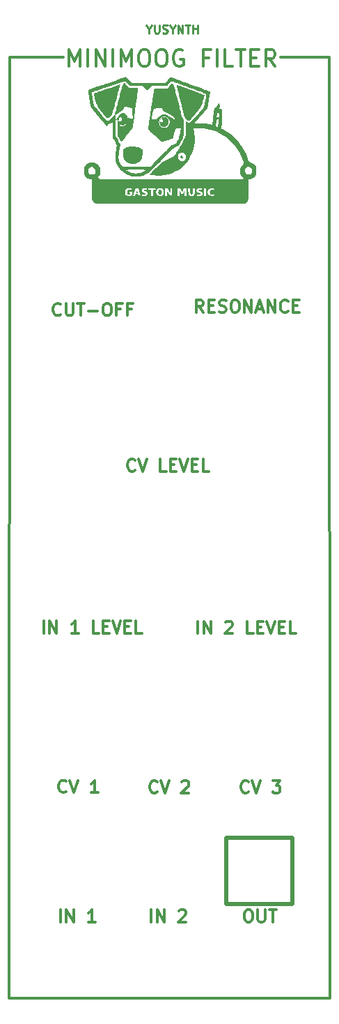
<source format=gto>
G04 #@! TF.GenerationSoftware,KiCad,Pcbnew,(6.0.11-0)*
G04 #@! TF.CreationDate,2023-03-27T18:46:33+02:00*
G04 #@! TF.ProjectId,Moog-Filter-Panel,4d6f6f67-2d46-4696-9c74-65722d50616e,rev?*
G04 #@! TF.SameCoordinates,Original*
G04 #@! TF.FileFunction,Legend,Top*
G04 #@! TF.FilePolarity,Positive*
%FSLAX46Y46*%
G04 Gerber Fmt 4.6, Leading zero omitted, Abs format (unit mm)*
G04 Created by KiCad (PCBNEW (6.0.11-0)) date 2023-03-27 18:46:33*
%MOMM*%
%LPD*%
G01*
G04 APERTURE LIST*
%ADD10C,0.300000*%
%ADD11C,0.500000*%
%ADD12C,0.375000*%
%ADD13C,0.250000*%
G04 APERTURE END LIST*
D10*
X156200000Y-141000000D02*
X156100000Y-26750000D01*
X117200000Y-141000000D02*
X156200000Y-141000000D01*
X156100000Y-26750000D02*
X150200000Y-26750000D01*
X117250000Y-26750000D02*
X117200000Y-141000000D01*
X123750000Y-26750000D02*
X117250000Y-26750000D01*
D11*
X143574598Y-121487500D02*
X151599598Y-121487500D01*
X151599598Y-121487500D02*
X151599598Y-129512500D01*
X151599598Y-129512500D02*
X143574598Y-129512500D01*
X143574598Y-129512500D02*
X143574598Y-121487500D01*
D12*
X124135714Y-115885714D02*
X124064285Y-115957142D01*
X123850000Y-116028571D01*
X123707142Y-116028571D01*
X123492857Y-115957142D01*
X123350000Y-115814285D01*
X123278571Y-115671428D01*
X123207142Y-115385714D01*
X123207142Y-115171428D01*
X123278571Y-114885714D01*
X123350000Y-114742857D01*
X123492857Y-114600000D01*
X123707142Y-114528571D01*
X123850000Y-114528571D01*
X124064285Y-114600000D01*
X124135714Y-114671428D01*
X124564285Y-114528571D02*
X125064285Y-116028571D01*
X125564285Y-114528571D01*
X127992857Y-116028571D02*
X127135714Y-116028571D01*
X127564285Y-116028571D02*
X127564285Y-114528571D01*
X127421428Y-114742857D01*
X127278571Y-114885714D01*
X127135714Y-114957142D01*
X124473809Y-27854761D02*
X124473809Y-25854761D01*
X125140476Y-27283333D01*
X125807142Y-25854761D01*
X125807142Y-27854761D01*
X126759523Y-27854761D02*
X126759523Y-25854761D01*
X127711904Y-27854761D02*
X127711904Y-25854761D01*
X128854761Y-27854761D01*
X128854761Y-25854761D01*
X129807142Y-27854761D02*
X129807142Y-25854761D01*
X130759523Y-27854761D02*
X130759523Y-25854761D01*
X131426190Y-27283333D01*
X132092857Y-25854761D01*
X132092857Y-27854761D01*
X133426190Y-25854761D02*
X133807142Y-25854761D01*
X133997619Y-25950000D01*
X134188095Y-26140476D01*
X134283333Y-26521428D01*
X134283333Y-27188095D01*
X134188095Y-27569047D01*
X133997619Y-27759523D01*
X133807142Y-27854761D01*
X133426190Y-27854761D01*
X133235714Y-27759523D01*
X133045238Y-27569047D01*
X132950000Y-27188095D01*
X132950000Y-26521428D01*
X133045238Y-26140476D01*
X133235714Y-25950000D01*
X133426190Y-25854761D01*
X135521428Y-25854761D02*
X135902380Y-25854761D01*
X136092857Y-25950000D01*
X136283333Y-26140476D01*
X136378571Y-26521428D01*
X136378571Y-27188095D01*
X136283333Y-27569047D01*
X136092857Y-27759523D01*
X135902380Y-27854761D01*
X135521428Y-27854761D01*
X135330952Y-27759523D01*
X135140476Y-27569047D01*
X135045238Y-27188095D01*
X135045238Y-26521428D01*
X135140476Y-26140476D01*
X135330952Y-25950000D01*
X135521428Y-25854761D01*
X138283333Y-25950000D02*
X138092857Y-25854761D01*
X137807142Y-25854761D01*
X137521428Y-25950000D01*
X137330952Y-26140476D01*
X137235714Y-26330952D01*
X137140476Y-26711904D01*
X137140476Y-26997619D01*
X137235714Y-27378571D01*
X137330952Y-27569047D01*
X137521428Y-27759523D01*
X137807142Y-27854761D01*
X137997619Y-27854761D01*
X138283333Y-27759523D01*
X138378571Y-27664285D01*
X138378571Y-26997619D01*
X137997619Y-26997619D01*
X141426190Y-26807142D02*
X140759523Y-26807142D01*
X140759523Y-27854761D02*
X140759523Y-25854761D01*
X141711904Y-25854761D01*
X142473809Y-27854761D02*
X142473809Y-25854761D01*
X144378571Y-27854761D02*
X143426190Y-27854761D01*
X143426190Y-25854761D01*
X144759523Y-25854761D02*
X145902380Y-25854761D01*
X145330952Y-27854761D02*
X145330952Y-25854761D01*
X146569047Y-26807142D02*
X147235714Y-26807142D01*
X147521428Y-27854761D02*
X146569047Y-27854761D01*
X146569047Y-25854761D01*
X147521428Y-25854761D01*
X149521428Y-27854761D02*
X148854761Y-26902380D01*
X148378571Y-27854761D02*
X148378571Y-25854761D01*
X149140476Y-25854761D01*
X149330952Y-25950000D01*
X149426190Y-26045238D01*
X149521428Y-26235714D01*
X149521428Y-26521428D01*
X149426190Y-26711904D01*
X149330952Y-26807142D01*
X149140476Y-26902380D01*
X148378571Y-26902380D01*
X132485714Y-76885714D02*
X132414285Y-76957142D01*
X132200000Y-77028571D01*
X132057142Y-77028571D01*
X131842857Y-76957142D01*
X131700000Y-76814285D01*
X131628571Y-76671428D01*
X131557142Y-76385714D01*
X131557142Y-76171428D01*
X131628571Y-75885714D01*
X131700000Y-75742857D01*
X131842857Y-75600000D01*
X132057142Y-75528571D01*
X132200000Y-75528571D01*
X132414285Y-75600000D01*
X132485714Y-75671428D01*
X132914285Y-75528571D02*
X133414285Y-77028571D01*
X133914285Y-75528571D01*
X136271428Y-77028571D02*
X135557142Y-77028571D01*
X135557142Y-75528571D01*
X136771428Y-76242857D02*
X137271428Y-76242857D01*
X137485714Y-77028571D02*
X136771428Y-77028571D01*
X136771428Y-75528571D01*
X137485714Y-75528571D01*
X137914285Y-75528571D02*
X138414285Y-77028571D01*
X138914285Y-75528571D01*
X139414285Y-76242857D02*
X139914285Y-76242857D01*
X140128571Y-77028571D02*
X139414285Y-77028571D01*
X139414285Y-75528571D01*
X140128571Y-75528571D01*
X141485714Y-77028571D02*
X140771428Y-77028571D01*
X140771428Y-75528571D01*
X140792857Y-57728571D02*
X140292857Y-57014285D01*
X139935714Y-57728571D02*
X139935714Y-56228571D01*
X140507142Y-56228571D01*
X140650000Y-56300000D01*
X140721428Y-56371428D01*
X140792857Y-56514285D01*
X140792857Y-56728571D01*
X140721428Y-56871428D01*
X140650000Y-56942857D01*
X140507142Y-57014285D01*
X139935714Y-57014285D01*
X141435714Y-56942857D02*
X141935714Y-56942857D01*
X142150000Y-57728571D02*
X141435714Y-57728571D01*
X141435714Y-56228571D01*
X142150000Y-56228571D01*
X142721428Y-57657142D02*
X142935714Y-57728571D01*
X143292857Y-57728571D01*
X143435714Y-57657142D01*
X143507142Y-57585714D01*
X143578571Y-57442857D01*
X143578571Y-57300000D01*
X143507142Y-57157142D01*
X143435714Y-57085714D01*
X143292857Y-57014285D01*
X143007142Y-56942857D01*
X142864285Y-56871428D01*
X142792857Y-56800000D01*
X142721428Y-56657142D01*
X142721428Y-56514285D01*
X142792857Y-56371428D01*
X142864285Y-56300000D01*
X143007142Y-56228571D01*
X143364285Y-56228571D01*
X143578571Y-56300000D01*
X144507142Y-56228571D02*
X144792857Y-56228571D01*
X144935714Y-56300000D01*
X145078571Y-56442857D01*
X145150000Y-56728571D01*
X145150000Y-57228571D01*
X145078571Y-57514285D01*
X144935714Y-57657142D01*
X144792857Y-57728571D01*
X144507142Y-57728571D01*
X144364285Y-57657142D01*
X144221428Y-57514285D01*
X144150000Y-57228571D01*
X144150000Y-56728571D01*
X144221428Y-56442857D01*
X144364285Y-56300000D01*
X144507142Y-56228571D01*
X145792857Y-57728571D02*
X145792857Y-56228571D01*
X146650000Y-57728571D01*
X146650000Y-56228571D01*
X147292857Y-57300000D02*
X148007142Y-57300000D01*
X147150000Y-57728571D02*
X147650000Y-56228571D01*
X148150000Y-57728571D01*
X148650000Y-57728571D02*
X148650000Y-56228571D01*
X149507142Y-57728571D01*
X149507142Y-56228571D01*
X151078571Y-57585714D02*
X151007142Y-57657142D01*
X150792857Y-57728571D01*
X150650000Y-57728571D01*
X150435714Y-57657142D01*
X150292857Y-57514285D01*
X150221428Y-57371428D01*
X150150000Y-57085714D01*
X150150000Y-56871428D01*
X150221428Y-56585714D01*
X150292857Y-56442857D01*
X150435714Y-56300000D01*
X150650000Y-56228571D01*
X150792857Y-56228571D01*
X151007142Y-56300000D01*
X151078571Y-56371428D01*
X151721428Y-56942857D02*
X152221428Y-56942857D01*
X152435714Y-57728571D02*
X151721428Y-57728571D01*
X151721428Y-56228571D01*
X152435714Y-56228571D01*
X146285714Y-115935714D02*
X146214285Y-116007142D01*
X146000000Y-116078571D01*
X145857142Y-116078571D01*
X145642857Y-116007142D01*
X145500000Y-115864285D01*
X145428571Y-115721428D01*
X145357142Y-115435714D01*
X145357142Y-115221428D01*
X145428571Y-114935714D01*
X145500000Y-114792857D01*
X145642857Y-114650000D01*
X145857142Y-114578571D01*
X146000000Y-114578571D01*
X146214285Y-114650000D01*
X146285714Y-114721428D01*
X146714285Y-114578571D02*
X147214285Y-116078571D01*
X147714285Y-114578571D01*
X149214285Y-114578571D02*
X150142857Y-114578571D01*
X149642857Y-115150000D01*
X149857142Y-115150000D01*
X150000000Y-115221428D01*
X150071428Y-115292857D01*
X150142857Y-115435714D01*
X150142857Y-115792857D01*
X150071428Y-115935714D01*
X150000000Y-116007142D01*
X149857142Y-116078571D01*
X149428571Y-116078571D01*
X149285714Y-116007142D01*
X149214285Y-115935714D01*
X123457142Y-57985714D02*
X123385714Y-58057142D01*
X123171428Y-58128571D01*
X123028571Y-58128571D01*
X122814285Y-58057142D01*
X122671428Y-57914285D01*
X122600000Y-57771428D01*
X122528571Y-57485714D01*
X122528571Y-57271428D01*
X122600000Y-56985714D01*
X122671428Y-56842857D01*
X122814285Y-56700000D01*
X123028571Y-56628571D01*
X123171428Y-56628571D01*
X123385714Y-56700000D01*
X123457142Y-56771428D01*
X124100000Y-56628571D02*
X124100000Y-57842857D01*
X124171428Y-57985714D01*
X124242857Y-58057142D01*
X124385714Y-58128571D01*
X124671428Y-58128571D01*
X124814285Y-58057142D01*
X124885714Y-57985714D01*
X124957142Y-57842857D01*
X124957142Y-56628571D01*
X125457142Y-56628571D02*
X126314285Y-56628571D01*
X125885714Y-58128571D02*
X125885714Y-56628571D01*
X126814285Y-57557142D02*
X127957142Y-57557142D01*
X128957142Y-56628571D02*
X129242857Y-56628571D01*
X129385714Y-56700000D01*
X129528571Y-56842857D01*
X129600000Y-57128571D01*
X129600000Y-57628571D01*
X129528571Y-57914285D01*
X129385714Y-58057142D01*
X129242857Y-58128571D01*
X128957142Y-58128571D01*
X128814285Y-58057142D01*
X128671428Y-57914285D01*
X128600000Y-57628571D01*
X128600000Y-57128571D01*
X128671428Y-56842857D01*
X128814285Y-56700000D01*
X128957142Y-56628571D01*
X130742857Y-57342857D02*
X130242857Y-57342857D01*
X130242857Y-58128571D02*
X130242857Y-56628571D01*
X130957142Y-56628571D01*
X132028571Y-57342857D02*
X131528571Y-57342857D01*
X131528571Y-58128571D02*
X131528571Y-56628571D01*
X132242857Y-56628571D01*
X134478571Y-131728571D02*
X134478571Y-130228571D01*
X135192857Y-131728571D02*
X135192857Y-130228571D01*
X136050000Y-131728571D01*
X136050000Y-130228571D01*
X137835714Y-130371428D02*
X137907142Y-130300000D01*
X138050000Y-130228571D01*
X138407142Y-130228571D01*
X138550000Y-130300000D01*
X138621428Y-130371428D01*
X138692857Y-130514285D01*
X138692857Y-130657142D01*
X138621428Y-130871428D01*
X137764285Y-131728571D01*
X138692857Y-131728571D01*
X121392857Y-96678571D02*
X121392857Y-95178571D01*
X122107142Y-96678571D02*
X122107142Y-95178571D01*
X122964285Y-96678571D01*
X122964285Y-95178571D01*
X125607142Y-96678571D02*
X124750000Y-96678571D01*
X125178571Y-96678571D02*
X125178571Y-95178571D01*
X125035714Y-95392857D01*
X124892857Y-95535714D01*
X124750000Y-95607142D01*
X128107142Y-96678571D02*
X127392857Y-96678571D01*
X127392857Y-95178571D01*
X128607142Y-95892857D02*
X129107142Y-95892857D01*
X129321428Y-96678571D02*
X128607142Y-96678571D01*
X128607142Y-95178571D01*
X129321428Y-95178571D01*
X129750000Y-95178571D02*
X130250000Y-96678571D01*
X130750000Y-95178571D01*
X131250000Y-95892857D02*
X131750000Y-95892857D01*
X131964285Y-96678571D02*
X131250000Y-96678571D01*
X131250000Y-95178571D01*
X131964285Y-95178571D01*
X133321428Y-96678571D02*
X132607142Y-96678571D01*
X132607142Y-95178571D01*
X135185714Y-115935714D02*
X135114285Y-116007142D01*
X134900000Y-116078571D01*
X134757142Y-116078571D01*
X134542857Y-116007142D01*
X134400000Y-115864285D01*
X134328571Y-115721428D01*
X134257142Y-115435714D01*
X134257142Y-115221428D01*
X134328571Y-114935714D01*
X134400000Y-114792857D01*
X134542857Y-114650000D01*
X134757142Y-114578571D01*
X134900000Y-114578571D01*
X135114285Y-114650000D01*
X135185714Y-114721428D01*
X135614285Y-114578571D02*
X136114285Y-116078571D01*
X136614285Y-114578571D01*
X138185714Y-114721428D02*
X138257142Y-114650000D01*
X138400000Y-114578571D01*
X138757142Y-114578571D01*
X138900000Y-114650000D01*
X138971428Y-114721428D01*
X139042857Y-114864285D01*
X139042857Y-115007142D01*
X138971428Y-115221428D01*
X138114285Y-116078571D01*
X139042857Y-116078571D01*
X123428571Y-131728571D02*
X123428571Y-130228571D01*
X124142857Y-131728571D02*
X124142857Y-130228571D01*
X125000000Y-131728571D01*
X125000000Y-130228571D01*
X127642857Y-131728571D02*
X126785714Y-131728571D01*
X127214285Y-131728571D02*
X127214285Y-130228571D01*
X127071428Y-130442857D01*
X126928571Y-130585714D01*
X126785714Y-130657142D01*
X146150000Y-130228571D02*
X146435714Y-130228571D01*
X146578571Y-130300000D01*
X146721428Y-130442857D01*
X146792857Y-130728571D01*
X146792857Y-131228571D01*
X146721428Y-131514285D01*
X146578571Y-131657142D01*
X146435714Y-131728571D01*
X146150000Y-131728571D01*
X146007142Y-131657142D01*
X145864285Y-131514285D01*
X145792857Y-131228571D01*
X145792857Y-130728571D01*
X145864285Y-130442857D01*
X146007142Y-130300000D01*
X146150000Y-130228571D01*
X147435714Y-130228571D02*
X147435714Y-131442857D01*
X147507142Y-131585714D01*
X147578571Y-131657142D01*
X147721428Y-131728571D01*
X148007142Y-131728571D01*
X148150000Y-131657142D01*
X148221428Y-131585714D01*
X148292857Y-131442857D01*
X148292857Y-130228571D01*
X148792857Y-130228571D02*
X149650000Y-130228571D01*
X149221428Y-131728571D02*
X149221428Y-130228571D01*
X140142857Y-96728571D02*
X140142857Y-95228571D01*
X140857142Y-96728571D02*
X140857142Y-95228571D01*
X141714285Y-96728571D01*
X141714285Y-95228571D01*
X143500000Y-95371428D02*
X143571428Y-95300000D01*
X143714285Y-95228571D01*
X144071428Y-95228571D01*
X144214285Y-95300000D01*
X144285714Y-95371428D01*
X144357142Y-95514285D01*
X144357142Y-95657142D01*
X144285714Y-95871428D01*
X143428571Y-96728571D01*
X144357142Y-96728571D01*
X146857142Y-96728571D02*
X146142857Y-96728571D01*
X146142857Y-95228571D01*
X147357142Y-95942857D02*
X147857142Y-95942857D01*
X148071428Y-96728571D02*
X147357142Y-96728571D01*
X147357142Y-95228571D01*
X148071428Y-95228571D01*
X148500000Y-95228571D02*
X149000000Y-96728571D01*
X149500000Y-95228571D01*
X150000000Y-95942857D02*
X150500000Y-95942857D01*
X150714285Y-96728571D02*
X150000000Y-96728571D01*
X150000000Y-95228571D01*
X150714285Y-95228571D01*
X152071428Y-96728571D02*
X151357142Y-96728571D01*
X151357142Y-95228571D01*
D13*
X134192857Y-23376190D02*
X134192857Y-23852380D01*
X133859523Y-22852380D02*
X134192857Y-23376190D01*
X134526190Y-22852380D01*
X134859523Y-22852380D02*
X134859523Y-23661904D01*
X134907142Y-23757142D01*
X134954761Y-23804761D01*
X135050000Y-23852380D01*
X135240476Y-23852380D01*
X135335714Y-23804761D01*
X135383333Y-23757142D01*
X135430952Y-23661904D01*
X135430952Y-22852380D01*
X135859523Y-23804761D02*
X136002380Y-23852380D01*
X136240476Y-23852380D01*
X136335714Y-23804761D01*
X136383333Y-23757142D01*
X136430952Y-23661904D01*
X136430952Y-23566666D01*
X136383333Y-23471428D01*
X136335714Y-23423809D01*
X136240476Y-23376190D01*
X136050000Y-23328571D01*
X135954761Y-23280952D01*
X135907142Y-23233333D01*
X135859523Y-23138095D01*
X135859523Y-23042857D01*
X135907142Y-22947619D01*
X135954761Y-22900000D01*
X136050000Y-22852380D01*
X136288095Y-22852380D01*
X136430952Y-22900000D01*
X137050000Y-23376190D02*
X137050000Y-23852380D01*
X136716666Y-22852380D02*
X137050000Y-23376190D01*
X137383333Y-22852380D01*
X137716666Y-23852380D02*
X137716666Y-22852380D01*
X138288095Y-23852380D01*
X138288095Y-22852380D01*
X138621428Y-22852380D02*
X139192857Y-22852380D01*
X138907142Y-23852380D02*
X138907142Y-22852380D01*
X139526190Y-23852380D02*
X139526190Y-22852380D01*
X139526190Y-23328571D02*
X140097619Y-23328571D01*
X140097619Y-23852380D02*
X140097619Y-22852380D01*
G36*
X137608811Y-30149520D02*
G01*
X137693833Y-30174292D01*
X137814325Y-30213369D01*
X137971831Y-30267298D01*
X138167896Y-30336632D01*
X138404065Y-30421918D01*
X138681883Y-30523708D01*
X139002894Y-30642552D01*
X139368644Y-30778999D01*
X139780676Y-30933599D01*
X140029527Y-31027299D01*
X140193195Y-31088760D01*
X140355730Y-31149380D01*
X140504725Y-31204562D01*
X140627775Y-31249710D01*
X140702542Y-31276705D01*
X140797959Y-31312669D01*
X140872977Y-31344715D01*
X140914916Y-31367300D01*
X140919136Y-31371378D01*
X140917209Y-31402489D01*
X140903722Y-31476163D01*
X140880412Y-31584421D01*
X140849013Y-31719281D01*
X140811259Y-31872764D01*
X140803306Y-31904179D01*
X140738329Y-32146529D01*
X140674829Y-32349711D01*
X140606885Y-32526291D01*
X140528574Y-32688838D01*
X140433974Y-32849919D01*
X140317161Y-33022103D01*
X140204043Y-33175887D01*
X140099985Y-33310198D01*
X139981530Y-33456581D01*
X139853421Y-33609789D01*
X139720407Y-33764574D01*
X139587231Y-33915688D01*
X139458641Y-34057884D01*
X139339383Y-34185915D01*
X139234201Y-34294533D01*
X139147842Y-34378491D01*
X139085053Y-34432540D01*
X139050578Y-34451435D01*
X139050425Y-34451430D01*
X138995073Y-34440646D01*
X138950296Y-34425659D01*
X138824931Y-34356960D01*
X138700605Y-34257956D01*
X138598880Y-34146411D01*
X138581801Y-34122142D01*
X138513356Y-33995037D01*
X138450609Y-33827522D01*
X138392027Y-33615075D01*
X138357390Y-33460082D01*
X138343647Y-33399527D01*
X138318269Y-33293419D01*
X138282522Y-33146852D01*
X138237669Y-32964920D01*
X138184976Y-32752717D01*
X138125708Y-32515336D01*
X138061129Y-32257871D01*
X137992503Y-31985417D01*
X137923799Y-31713729D01*
X137854134Y-31437922D01*
X137788674Y-31177078D01*
X137728498Y-30935615D01*
X137674687Y-30717948D01*
X137628321Y-30528495D01*
X137590481Y-30371672D01*
X137562247Y-30251897D01*
X137544700Y-30173585D01*
X137538920Y-30141154D01*
X137538994Y-30140686D01*
X137557712Y-30138501D01*
X137608811Y-30149520D01*
G37*
G36*
X135615190Y-42839030D02*
G01*
X135685720Y-42903779D01*
X135733729Y-42999481D01*
X135753802Y-43116141D01*
X135746004Y-43218402D01*
X135704275Y-43331062D01*
X135630049Y-43404659D01*
X135556208Y-43432162D01*
X135486854Y-43434813D01*
X135430170Y-43403883D01*
X135407683Y-43382897D01*
X135347846Y-43295217D01*
X135318090Y-43191009D01*
X135316040Y-43081513D01*
X135339322Y-42977974D01*
X135385562Y-42891632D01*
X135452387Y-42833731D01*
X135527554Y-42815226D01*
X135615190Y-42839030D01*
G37*
G36*
X135541414Y-34333019D02*
G01*
X135642229Y-34187654D01*
X135768442Y-34085257D01*
X135914998Y-34028375D01*
X136076846Y-34019558D01*
X136142875Y-34029667D01*
X136313134Y-34085570D01*
X136442509Y-34173770D01*
X136531700Y-34295145D01*
X136581403Y-34450575D01*
X136593210Y-34596810D01*
X136571526Y-34784995D01*
X136507256Y-34943730D01*
X136401570Y-35071323D01*
X136255640Y-35166075D01*
X136178445Y-35197110D01*
X136069846Y-35227182D01*
X135980382Y-35231747D01*
X135884215Y-35211922D01*
X135878081Y-35210106D01*
X135750582Y-35149614D01*
X135632685Y-35054216D01*
X135546020Y-34942696D01*
X135500791Y-34821968D01*
X135481140Y-34675433D01*
X135487219Y-34522946D01*
X135504303Y-34448862D01*
X135553145Y-34448862D01*
X135556612Y-34548388D01*
X135591190Y-34614351D01*
X135652029Y-34651443D01*
X135726708Y-34660272D01*
X135791449Y-34639636D01*
X135807324Y-34625274D01*
X135840691Y-34553837D01*
X135854854Y-34457706D01*
X135847462Y-34361658D01*
X135835930Y-34323728D01*
X135786360Y-34249411D01*
X135724949Y-34222677D01*
X135660562Y-34243124D01*
X135602067Y-34310349D01*
X135589159Y-34334931D01*
X135553145Y-34448862D01*
X135504303Y-34448862D01*
X135519177Y-34384359D01*
X135541414Y-34333019D01*
G37*
G36*
X138004382Y-38857877D02*
G01*
X138004321Y-38856275D01*
X138023147Y-38804012D01*
X138161112Y-38804012D01*
X138174177Y-38817078D01*
X138187243Y-38804012D01*
X138174177Y-38790946D01*
X138161112Y-38804012D01*
X138023147Y-38804012D01*
X138023187Y-38803900D01*
X138068257Y-38745769D01*
X138122235Y-38700618D01*
X138161112Y-38686419D01*
X138216864Y-38709209D01*
X138269890Y-38766139D01*
X138307478Y-38840047D01*
X138317902Y-38898078D01*
X138297534Y-38970220D01*
X138245838Y-39013320D01*
X138176924Y-39024159D01*
X138104904Y-38999516D01*
X138058481Y-38957278D01*
X138024867Y-38906504D01*
X138148772Y-38906504D01*
X138160616Y-38927468D01*
X138166047Y-38929897D01*
X138241207Y-38946718D01*
X138282809Y-38923785D01*
X138291770Y-38882407D01*
X138277543Y-38830009D01*
X138240072Y-38820716D01*
X138187171Y-38855597D01*
X138176630Y-38866631D01*
X138148772Y-38906504D01*
X138024867Y-38906504D01*
X138021091Y-38900800D01*
X138004382Y-38857877D01*
G37*
G36*
X132751573Y-42951397D02*
G01*
X132751865Y-42952417D01*
X132760357Y-42978301D01*
X132782269Y-43038313D01*
X132804022Y-43096142D01*
X132856166Y-43233333D01*
X132738680Y-43233333D01*
X132668576Y-43229062D01*
X132626555Y-43218258D01*
X132621194Y-43211856D01*
X132630093Y-43164547D01*
X132652142Y-43096967D01*
X132680367Y-43026453D01*
X132707797Y-42970339D01*
X132727458Y-42945960D01*
X132728177Y-42945884D01*
X132751573Y-42951397D01*
G37*
G36*
X132264106Y-37621290D02*
G01*
X132501982Y-37634815D01*
X132702829Y-37661235D01*
X132881030Y-37704044D01*
X133050968Y-37766733D01*
X133227024Y-37852795D01*
X133234843Y-37857014D01*
X133329296Y-37912574D01*
X133392936Y-37966130D01*
X133430887Y-38029219D01*
X133448272Y-38113378D01*
X133450214Y-38230145D01*
X133445488Y-38331327D01*
X133420135Y-38592010D01*
X133374907Y-38816588D01*
X133306762Y-39018439D01*
X133270774Y-39099238D01*
X133164678Y-39276571D01*
X133027754Y-39422322D01*
X132851659Y-39544621D01*
X132768402Y-39588787D01*
X132671494Y-39634848D01*
X132593942Y-39664498D01*
X132517755Y-39681867D01*
X132424943Y-39691083D01*
X132300382Y-39696188D01*
X132142213Y-39696232D01*
X132003953Y-39687155D01*
X131902572Y-39670249D01*
X131706533Y-39602014D01*
X131523385Y-39505970D01*
X131363603Y-39389464D01*
X131237665Y-39259843D01*
X131171160Y-39157332D01*
X131109426Y-39022829D01*
X131065582Y-38892745D01*
X131037004Y-38753613D01*
X131021069Y-38591962D01*
X131015154Y-38394324D01*
X131014954Y-38355250D01*
X131016080Y-38186897D01*
X131023298Y-38061764D01*
X131041031Y-37970834D01*
X131073699Y-37905093D01*
X131125723Y-37855522D01*
X131201525Y-37813107D01*
X131301749Y-37770355D01*
X131473359Y-37706548D01*
X131631095Y-37661801D01*
X131789804Y-37633816D01*
X131964336Y-37620291D01*
X132169540Y-37618927D01*
X132264106Y-37621290D01*
G37*
G36*
X134346485Y-33739608D02*
G01*
X134390129Y-33438276D01*
X134432231Y-33149507D01*
X134472105Y-32877893D01*
X134509063Y-32628028D01*
X134542417Y-32404504D01*
X134571481Y-32211914D01*
X134595568Y-32054852D01*
X134613989Y-31937910D01*
X134626059Y-31865681D01*
X134629641Y-31847117D01*
X134647703Y-31755849D01*
X134670538Y-31624361D01*
X134696364Y-31464283D01*
X134723401Y-31287245D01*
X134749866Y-31104878D01*
X134773978Y-30928812D01*
X134791861Y-30788117D01*
X134822709Y-30533333D01*
X136486327Y-30533333D01*
X136667260Y-30278549D01*
X136742951Y-30174083D01*
X136812415Y-30082028D01*
X136867590Y-30012832D01*
X136898846Y-29978308D01*
X136931173Y-29953789D01*
X136961564Y-29951603D01*
X137005594Y-29975188D01*
X137059607Y-30013824D01*
X137132115Y-30076072D01*
X137190523Y-30141658D01*
X137207997Y-30168827D01*
X137220551Y-30205936D01*
X137244601Y-30289544D01*
X137279043Y-30415429D01*
X137322775Y-30579367D01*
X137374693Y-30777136D01*
X137433694Y-31004513D01*
X137498676Y-31257274D01*
X137568536Y-31531197D01*
X137642170Y-31822059D01*
X137703793Y-32067055D01*
X137792053Y-32418576D01*
X137868867Y-32723366D01*
X137935358Y-32985424D01*
X137992650Y-33208751D01*
X138041865Y-33397345D01*
X138084127Y-33555206D01*
X138120558Y-33686333D01*
X138152282Y-33794724D01*
X138180422Y-33884380D01*
X138206100Y-33959299D01*
X138230439Y-34023481D01*
X138254563Y-34080925D01*
X138279595Y-34135630D01*
X138291868Y-34161274D01*
X138422428Y-34431293D01*
X138421573Y-35232673D01*
X138421006Y-35497741D01*
X138419285Y-35717339D01*
X138415458Y-35898259D01*
X138408567Y-36047295D01*
X138397660Y-36171239D01*
X138381781Y-36276883D01*
X138359976Y-36371022D01*
X138331289Y-36460447D01*
X138294766Y-36551952D01*
X138249452Y-36652328D01*
X138210451Y-36734735D01*
X138143964Y-36870806D01*
X138077108Y-37001890D01*
X138016758Y-37114867D01*
X137969791Y-37196616D01*
X137961373Y-37209979D01*
X137911630Y-37294175D01*
X137873443Y-37372305D01*
X137859503Y-37411553D01*
X137847225Y-37440415D01*
X137820469Y-37470564D01*
X137772855Y-37506155D01*
X137698004Y-37551347D01*
X137589538Y-37610297D01*
X137441076Y-37687161D01*
X137420296Y-37697773D01*
X136998251Y-37913076D01*
X136411029Y-38515334D01*
X136133310Y-38799429D01*
X135862201Y-39075338D01*
X135600386Y-39340404D01*
X135350548Y-39591968D01*
X135115373Y-39827372D01*
X134897545Y-40043958D01*
X134699747Y-40239067D01*
X134524663Y-40410043D01*
X134374978Y-40554226D01*
X134253377Y-40668959D01*
X134162542Y-40751584D01*
X134105159Y-40799442D01*
X134102700Y-40801250D01*
X133922823Y-40915402D01*
X133707875Y-41024988D01*
X133474932Y-41121970D01*
X133287552Y-41184943D01*
X133186413Y-41213316D01*
X133096818Y-41233045D01*
X133004793Y-41245746D01*
X132896365Y-41253034D01*
X132757561Y-41256523D01*
X132660391Y-41257426D01*
X132494357Y-41257216D01*
X132367475Y-41253426D01*
X132266691Y-41244852D01*
X132178947Y-41230291D01*
X132091187Y-41208536D01*
X132072358Y-41203180D01*
X131768107Y-41101057D01*
X131499822Y-40978253D01*
X131252672Y-40826373D01*
X131011827Y-40637022D01*
X130910157Y-40545397D01*
X130816203Y-40450308D01*
X131406070Y-40450308D01*
X131503612Y-40524927D01*
X131605268Y-40589445D01*
X131742544Y-40658384D01*
X131899921Y-40725378D01*
X132061883Y-40784061D01*
X132212910Y-40828067D01*
X132276531Y-40842025D01*
X132591247Y-40875224D01*
X132905226Y-40856768D01*
X133213189Y-40787044D01*
X133266517Y-40769446D01*
X133516640Y-40673520D01*
X133715928Y-40576512D01*
X133847249Y-40491606D01*
X133863910Y-40477780D01*
X133870172Y-40466713D01*
X133860945Y-40457921D01*
X133831141Y-40450922D01*
X133775671Y-40445231D01*
X133689447Y-40440366D01*
X133567379Y-40435843D01*
X133404380Y-40431177D01*
X133195361Y-40425887D01*
X133141693Y-40424566D01*
X132914602Y-40420278D01*
X132675977Y-40418048D01*
X132438973Y-40417840D01*
X132216747Y-40419616D01*
X132022454Y-40423342D01*
X131889507Y-40427996D01*
X131406070Y-40450308D01*
X130816203Y-40450308D01*
X130665027Y-40297305D01*
X130467220Y-40052742D01*
X130312648Y-39805847D01*
X130197223Y-39550757D01*
X130177399Y-39495084D01*
X130152126Y-39415964D01*
X130134436Y-39343998D01*
X130123054Y-39267178D01*
X130116705Y-39173496D01*
X130114116Y-39050943D01*
X130113976Y-38897429D01*
X130116316Y-38720035D01*
X130123020Y-38563439D01*
X130135633Y-38414502D01*
X130155700Y-38260083D01*
X130184768Y-38087044D01*
X130224381Y-37882245D01*
X130245545Y-37778706D01*
X130306241Y-37485088D01*
X130246353Y-37360599D01*
X130210801Y-37291193D01*
X130155880Y-37189331D01*
X130088549Y-37067705D01*
X130015770Y-36939009D01*
X130001439Y-36914001D01*
X129930304Y-36784879D01*
X129866350Y-36659077D01*
X129815799Y-36549511D01*
X129784873Y-36469100D01*
X129781560Y-36457534D01*
X129770641Y-36398070D01*
X129761986Y-36310038D01*
X129755433Y-36188986D01*
X129750822Y-36030460D01*
X129747991Y-35830010D01*
X129746780Y-35583183D01*
X129746708Y-35494316D01*
X129746708Y-34665454D01*
X129501967Y-34781390D01*
X129397335Y-34829733D01*
X129309180Y-34868198D01*
X129248803Y-34891982D01*
X129229103Y-34897325D01*
X129206419Y-34920208D01*
X129179775Y-34978568D01*
X129165923Y-35021450D01*
X129137380Y-35097697D01*
X129106729Y-35140536D01*
X129094170Y-35145576D01*
X129061791Y-35126599D01*
X129006965Y-35075961D01*
X128939525Y-35003098D01*
X128912122Y-34970926D01*
X128854792Y-34901933D01*
X128770618Y-34800493D01*
X128666082Y-34674422D01*
X128547663Y-34531537D01*
X128421840Y-34379653D01*
X128327203Y-34265371D01*
X128199559Y-34111248D01*
X128074016Y-33959745D01*
X127957168Y-33818813D01*
X127855612Y-33696406D01*
X127775942Y-33600476D01*
X127735232Y-33551543D01*
X127571685Y-33355023D01*
X127438676Y-33194622D01*
X127333091Y-33066468D01*
X127251818Y-32966692D01*
X127191742Y-32891425D01*
X127149751Y-32836796D01*
X127122729Y-32798936D01*
X127107565Y-32773974D01*
X127104493Y-32767592D01*
X127094178Y-32727951D01*
X127077257Y-32644083D01*
X127054950Y-32523436D01*
X127028476Y-32373456D01*
X126999056Y-32201590D01*
X126967909Y-32015287D01*
X126936254Y-31821992D01*
X126905312Y-31629154D01*
X126876303Y-31444219D01*
X126850446Y-31274634D01*
X126828962Y-31127848D01*
X126813069Y-31011306D01*
X126804097Y-30933634D01*
X126796306Y-30836040D01*
X126797099Y-30777167D01*
X126808888Y-30743841D01*
X126834088Y-30722886D01*
X126843680Y-30717545D01*
X126887810Y-30698870D01*
X126975906Y-30665842D01*
X127102285Y-30620436D01*
X127261266Y-30564629D01*
X127447169Y-30500398D01*
X127654310Y-30429719D01*
X127877010Y-30354568D01*
X128109586Y-30276922D01*
X128126544Y-30271293D01*
X128237695Y-30233822D01*
X128386868Y-30182663D01*
X128562867Y-30121704D01*
X128754493Y-30054832D01*
X128950549Y-29985935D01*
X129067284Y-29944664D01*
X129286998Y-29867007D01*
X129533491Y-29780251D01*
X129788969Y-29690637D01*
X130035639Y-29604402D01*
X130255706Y-29527785D01*
X130308539Y-29509458D01*
X130491333Y-29446112D01*
X130671620Y-29383632D01*
X130838963Y-29325636D01*
X130982928Y-29275739D01*
X131093081Y-29237559D01*
X131131688Y-29224176D01*
X131242879Y-29187380D01*
X131317633Y-29168212D01*
X131367975Y-29164742D01*
X131405933Y-29175038D01*
X131413708Y-29178902D01*
X131450994Y-29207485D01*
X131517221Y-29267063D01*
X131605230Y-29350844D01*
X131707858Y-29452034D01*
X131799950Y-29545336D01*
X132126291Y-29880041D01*
X136107462Y-29880041D01*
X136462463Y-29528280D01*
X136588262Y-29404551D01*
X136683334Y-29313832D01*
X136753325Y-29251604D01*
X136803882Y-29213349D01*
X136840651Y-29194547D01*
X136869280Y-29190682D01*
X136881726Y-29192788D01*
X136921923Y-29205835D01*
X137004337Y-29234816D01*
X137122259Y-29277293D01*
X137268976Y-29330826D01*
X137437780Y-29392978D01*
X137621961Y-29461309D01*
X137677675Y-29482076D01*
X137881822Y-29558061D01*
X138087601Y-29634313D01*
X138284972Y-29707134D01*
X138463897Y-29772831D01*
X138614334Y-29827707D01*
X138726245Y-29868067D01*
X138729507Y-29869231D01*
X138876249Y-29922551D01*
X139029597Y-29979944D01*
X139169964Y-30033993D01*
X139265207Y-30072081D01*
X139370671Y-30114675D01*
X139464709Y-30151219D01*
X139531716Y-30175696D01*
X139546091Y-30180358D01*
X139602304Y-30199098D01*
X139704229Y-30235198D01*
X139848705Y-30287497D01*
X140032572Y-30354839D01*
X140252669Y-30436065D01*
X140505835Y-30530017D01*
X140788909Y-30635536D01*
X140826544Y-30649595D01*
X140990640Y-30710291D01*
X141148270Y-30767459D01*
X141289167Y-30817462D01*
X141403064Y-30856662D01*
X141479697Y-30881423D01*
X141486369Y-30883386D01*
X141566005Y-30909720D01*
X141620482Y-30934126D01*
X141636626Y-30948603D01*
X141631952Y-30984710D01*
X141619936Y-31054235D01*
X141609167Y-31111196D01*
X141596764Y-31179413D01*
X141577882Y-31289159D01*
X141554209Y-31430339D01*
X141527432Y-31592861D01*
X141499241Y-31766631D01*
X141491667Y-31813786D01*
X141460964Y-32002819D01*
X141428805Y-32196389D01*
X141397523Y-32380756D01*
X141369452Y-32542181D01*
X141346925Y-32666925D01*
X141345280Y-32675722D01*
X141320463Y-32804643D01*
X141299557Y-32895107D01*
X141276995Y-32960055D01*
X141247213Y-33012428D01*
X141204646Y-33065167D01*
X141154243Y-33119961D01*
X141085757Y-33194951D01*
X140994568Y-33297189D01*
X140891802Y-33414088D01*
X140788589Y-33533060D01*
X140772791Y-33551430D01*
X140656473Y-33686054D01*
X140525329Y-33836533D01*
X140395927Y-33983922D01*
X140290844Y-34102539D01*
X140116800Y-34298241D01*
X139976079Y-34457633D01*
X139866738Y-34582978D01*
X139786834Y-34676540D01*
X139734426Y-34740581D01*
X139707572Y-34777365D01*
X139702898Y-34787655D01*
X139727927Y-34792390D01*
X139798577Y-34796667D01*
X139908207Y-34800318D01*
X140050175Y-34803178D01*
X140217840Y-34805079D01*
X140404560Y-34805854D01*
X140428053Y-34805864D01*
X140643695Y-34806053D01*
X140815719Y-34807028D01*
X140952770Y-34809404D01*
X141063494Y-34813793D01*
X141156535Y-34820809D01*
X141240539Y-34831064D01*
X141324151Y-34845173D01*
X141416016Y-34863748D01*
X141499636Y-34881879D01*
X141627732Y-34908442D01*
X141737192Y-34928229D01*
X141818129Y-34939671D01*
X141860656Y-34941198D01*
X141864217Y-34939761D01*
X141878505Y-34902749D01*
X141895917Y-34821968D01*
X141915337Y-34705742D01*
X141935650Y-34562392D01*
X141955739Y-34400243D01*
X141974489Y-34227616D01*
X141990784Y-34052835D01*
X141993256Y-34020939D01*
X142431147Y-34020939D01*
X142432077Y-34078066D01*
X142435381Y-34094292D01*
X142437858Y-34084648D01*
X142452215Y-34048045D01*
X142551235Y-34048045D01*
X142564301Y-34061111D01*
X142577367Y-34048045D01*
X142564301Y-34034979D01*
X142551235Y-34048045D01*
X142452215Y-34048045D01*
X142457642Y-34034210D01*
X142504673Y-34015879D01*
X142526459Y-34014533D01*
X142580872Y-34020150D01*
X142603498Y-34036727D01*
X142614782Y-34062787D01*
X142642676Y-34049720D01*
X142678243Y-34003992D01*
X142696982Y-33969079D01*
X142723447Y-33880811D01*
X142724201Y-33773986D01*
X142698721Y-33638078D01*
X142676619Y-33558076D01*
X142649709Y-33490276D01*
X142624053Y-33461581D01*
X142605569Y-33476051D01*
X142600467Y-33505812D01*
X142596817Y-33538018D01*
X142589103Y-33519461D01*
X142585485Y-33505812D01*
X142558695Y-33466985D01*
X142538369Y-33460082D01*
X142508287Y-33484844D01*
X142480820Y-33553662D01*
X142457809Y-33658336D01*
X142441093Y-33790665D01*
X142432837Y-33930452D01*
X142431147Y-34020939D01*
X141993256Y-34020939D01*
X142001280Y-33917386D01*
X142019518Y-33670837D01*
X142037620Y-33470263D01*
X142057246Y-33309410D01*
X142080056Y-33182021D01*
X142107709Y-33081839D01*
X142141865Y-33002609D01*
X142184183Y-32938074D01*
X142236323Y-32881978D01*
X142287644Y-32837829D01*
X142375872Y-32746308D01*
X142459885Y-32621648D01*
X142484260Y-32576512D01*
X142533292Y-32483309D01*
X142578530Y-32402878D01*
X142610654Y-32351750D01*
X142612068Y-32349832D01*
X142641750Y-32315219D01*
X142667169Y-32315459D01*
X142709272Y-32349832D01*
X142778672Y-32439439D01*
X142825428Y-32553490D01*
X142838684Y-32645268D01*
X142826384Y-32712269D01*
X142795086Y-32798295D01*
X142773354Y-32843478D01*
X142736510Y-32917114D01*
X142712819Y-32972797D01*
X142708025Y-32991094D01*
X142731625Y-33004780D01*
X142792379Y-33013768D01*
X142848550Y-33015843D01*
X142950931Y-33023173D01*
X143011780Y-33046606D01*
X143024890Y-33058998D01*
X143039165Y-33093417D01*
X143051815Y-33162791D01*
X143063281Y-33271366D01*
X143074004Y-33423388D01*
X143084424Y-33623103D01*
X143085220Y-33640428D01*
X143096152Y-33889105D01*
X143103846Y-34093646D01*
X143108008Y-34262097D01*
X143108342Y-34402504D01*
X143104552Y-34522911D01*
X143096343Y-34631363D01*
X143083421Y-34735907D01*
X143065489Y-34844587D01*
X143042252Y-34965449D01*
X143035318Y-34999792D01*
X143005773Y-35148805D01*
X142986991Y-35254657D01*
X142978217Y-35325162D01*
X142978694Y-35368137D01*
X142987668Y-35391399D01*
X142996724Y-35399090D01*
X143031860Y-35419564D01*
X143103308Y-35460973D01*
X143202111Y-35518133D01*
X143319311Y-35585861D01*
X143378728Y-35620172D01*
X143860528Y-35928286D01*
X144310685Y-36277675D01*
X144727707Y-36666926D01*
X145110104Y-37094627D01*
X145456385Y-37559365D01*
X145511028Y-37641152D01*
X145630946Y-37836432D01*
X145757892Y-38065618D01*
X145883811Y-38312574D01*
X146000650Y-38561167D01*
X146100354Y-38795263D01*
X146143715Y-38908539D01*
X146190836Y-39037474D01*
X146238510Y-39167189D01*
X146279490Y-39277993D01*
X146296144Y-39322657D01*
X146353395Y-39475458D01*
X146541649Y-39535056D01*
X146733176Y-39606870D01*
X146887174Y-39692060D01*
X147018187Y-39799582D01*
X147082902Y-39868253D01*
X147202675Y-40005172D01*
X147202530Y-40489057D01*
X147201043Y-40650067D01*
X147197007Y-40799424D01*
X147190907Y-40926683D01*
X147183231Y-41021399D01*
X147175488Y-41069783D01*
X147121177Y-41180455D01*
X147024870Y-41291291D01*
X146896328Y-41395207D01*
X146745313Y-41485118D01*
X146581587Y-41553939D01*
X146464455Y-41585811D01*
X146314198Y-41616874D01*
X146313266Y-42588426D01*
X146312283Y-42910633D01*
X146309813Y-43184994D01*
X146305577Y-43415917D01*
X146299294Y-43607805D01*
X146290683Y-43765064D01*
X146279464Y-43892099D01*
X146265357Y-43993314D01*
X146248082Y-44073116D01*
X146227357Y-44135909D01*
X146212705Y-44168127D01*
X146125227Y-44297693D01*
X146004841Y-44419673D01*
X145869814Y-44515852D01*
X145856893Y-44522983D01*
X145752367Y-44579115D01*
X136919856Y-44581668D01*
X136241798Y-44581818D01*
X135576346Y-44581875D01*
X134925452Y-44581841D01*
X134291069Y-44581719D01*
X133675149Y-44581513D01*
X133079644Y-44581224D01*
X132506505Y-44580857D01*
X131957686Y-44580413D01*
X131435137Y-44579895D01*
X130940811Y-44579307D01*
X130476661Y-44578651D01*
X130044637Y-44577930D01*
X129646692Y-44577147D01*
X129284779Y-44576304D01*
X128960849Y-44575405D01*
X128676854Y-44574452D01*
X128434746Y-44573448D01*
X128236478Y-44572397D01*
X128084001Y-44571300D01*
X127979267Y-44570160D01*
X127924229Y-44568982D01*
X127917490Y-44568602D01*
X127729801Y-44529111D01*
X127568554Y-44446515D01*
X127431236Y-44318979D01*
X127315329Y-44144663D01*
X127301948Y-44118954D01*
X127238066Y-43992889D01*
X127238066Y-43170846D01*
X131269809Y-43170846D01*
X131293047Y-43305851D01*
X131342765Y-43421485D01*
X131401681Y-43491111D01*
X131495200Y-43542102D01*
X131622442Y-43576189D01*
X131767211Y-43591947D01*
X131913313Y-43587949D01*
X132044552Y-43562771D01*
X132050808Y-43560582D01*
X132255350Y-43560582D01*
X132278703Y-43568072D01*
X132337675Y-43572516D01*
X132370916Y-43573045D01*
X132444007Y-43569750D01*
X132483323Y-43552161D01*
X132507281Y-43508720D01*
X132516667Y-43481584D01*
X132546852Y-43390123D01*
X132728567Y-43390123D01*
X132827611Y-43392346D01*
X132886042Y-43400808D01*
X132915387Y-43418202D01*
X132924414Y-43435854D01*
X132956758Y-43512972D01*
X133003160Y-43552127D01*
X133081143Y-43567502D01*
X133087693Y-43568014D01*
X133154404Y-43568120D01*
X133192592Y-43558804D01*
X133196091Y-43553351D01*
X133187388Y-43522455D01*
X133163283Y-43451165D01*
X133126780Y-43348003D01*
X133080882Y-43221490D01*
X133041259Y-43114143D01*
X132970583Y-42924018D01*
X133305864Y-42924018D01*
X133322742Y-42989876D01*
X133328788Y-43007520D01*
X133358363Y-43074837D01*
X133399579Y-43118075D01*
X133469611Y-43153225D01*
X133496605Y-43163750D01*
X133623222Y-43212579D01*
X133708545Y-43248588D01*
X133760548Y-43276399D01*
X133787203Y-43300635D01*
X133796485Y-43325919D01*
X133797120Y-43337997D01*
X133773816Y-43390699D01*
X133731487Y-43421148D01*
X133678668Y-43435311D01*
X133609246Y-43433071D01*
X133512556Y-43413044D01*
X133385546Y-43376223D01*
X133344238Y-43369793D01*
X133328695Y-43394877D01*
X133326749Y-43436139D01*
X133336584Y-43503119D01*
X133371014Y-43548908D01*
X133437432Y-43577276D01*
X133543228Y-43591993D01*
X133640330Y-43596105D01*
X133773098Y-43585637D01*
X133875151Y-43553405D01*
X133968973Y-43480433D01*
X134021353Y-43382070D01*
X134029341Y-43268280D01*
X133993154Y-43155029D01*
X133963662Y-43112757D01*
X133917665Y-43079292D01*
X133842883Y-43047686D01*
X133751436Y-43018272D01*
X133646663Y-42984225D01*
X133583067Y-42955944D01*
X133550795Y-42927912D01*
X133540639Y-42900215D01*
X133555712Y-42851839D01*
X133615597Y-42824175D01*
X133716926Y-42817679D01*
X133856332Y-42832810D01*
X133931764Y-42847042D01*
X133939979Y-42841358D01*
X134136832Y-42841358D01*
X134450412Y-42841358D01*
X134450412Y-43573045D01*
X134685597Y-43573045D01*
X134685597Y-43053780D01*
X135061942Y-43053780D01*
X135064270Y-43192883D01*
X135100743Y-43326738D01*
X135170667Y-43444785D01*
X135273345Y-43536466D01*
X135322941Y-43563169D01*
X135418020Y-43588075D01*
X135535706Y-43593980D01*
X135655755Y-43582277D01*
X135689535Y-43573045D01*
X136175103Y-43573045D01*
X136403866Y-43573045D01*
X136426676Y-43292129D01*
X136449486Y-43011214D01*
X136593210Y-43285596D01*
X136736935Y-43559979D01*
X136874126Y-43567878D01*
X137011317Y-43575776D01*
X137011317Y-43573045D01*
X137690741Y-43573045D01*
X137925926Y-43573045D01*
X137925926Y-43267304D01*
X137927779Y-43139449D01*
X137932990Y-43046349D01*
X137941042Y-42994175D01*
X137949523Y-42986388D01*
X137970531Y-43021325D01*
X138004258Y-43090699D01*
X138043932Y-43180460D01*
X138049693Y-43194135D01*
X138090956Y-43288203D01*
X138122920Y-43343993D01*
X138154493Y-43372217D01*
X138194584Y-43383587D01*
X138208623Y-43385216D01*
X138248480Y-43386704D01*
X138278844Y-43376022D01*
X138307411Y-43344475D01*
X138341879Y-43283368D01*
X138389943Y-43184005D01*
X138393651Y-43176163D01*
X138496321Y-42958950D01*
X138498572Y-43265998D01*
X138500823Y-43573045D01*
X138736009Y-43573045D01*
X138736009Y-42671502D01*
X138958128Y-42671502D01*
X138967234Y-43011214D01*
X138974488Y-43181892D01*
X138987790Y-43309130D01*
X139010158Y-43401664D01*
X139044608Y-43468227D01*
X139094158Y-43517557D01*
X139155005Y-43554880D01*
X139257975Y-43586926D01*
X139381032Y-43594412D01*
X139502961Y-43578486D01*
X139602550Y-43540297D01*
X139618304Y-43529804D01*
X139668150Y-43486564D01*
X139704126Y-43435907D01*
X139728766Y-43368495D01*
X139744604Y-43274990D01*
X139754173Y-43146053D01*
X139759015Y-43011214D01*
X139761464Y-42920743D01*
X139968435Y-42920743D01*
X139971917Y-42950209D01*
X139986434Y-43022872D01*
X140013558Y-43076319D01*
X140062905Y-43119167D01*
X140144093Y-43160032D01*
X140253871Y-43202801D01*
X140356987Y-43243885D01*
X140418943Y-43277650D01*
X140449122Y-43310092D01*
X140455951Y-43331915D01*
X140442938Y-43388106D01*
X140389585Y-43422372D01*
X140303352Y-43433929D01*
X140191697Y-43421991D01*
X140062078Y-43385776D01*
X140036060Y-43376095D01*
X140005485Y-43372488D01*
X139992520Y-43401264D01*
X139990330Y-43451909D01*
X139996304Y-43517006D01*
X140024031Y-43550757D01*
X140075258Y-43569941D01*
X140193909Y-43591137D01*
X140326970Y-43595113D01*
X140451378Y-43582329D01*
X140484521Y-43573045D01*
X140904939Y-43573045D01*
X141167490Y-43573045D01*
X141160340Y-43122273D01*
X141159490Y-43068710D01*
X141332168Y-43068710D01*
X141334283Y-43177149D01*
X141360102Y-43292509D01*
X141403521Y-43398032D01*
X141458437Y-43476957D01*
X141490035Y-43502226D01*
X141648918Y-43569399D01*
X141815411Y-43597630D01*
X141974007Y-43584938D01*
X142024702Y-43570489D01*
X142082480Y-43541897D01*
X142104466Y-43497743D01*
X142106996Y-43454055D01*
X142106996Y-43366310D01*
X141995937Y-43405773D01*
X141865043Y-43430772D01*
X141751376Y-43411357D01*
X141662002Y-43352116D01*
X141603990Y-43257638D01*
X141584363Y-43138569D01*
X141601352Y-42999710D01*
X141652128Y-42900655D01*
X141736400Y-42841579D01*
X141853879Y-42822659D01*
X142004275Y-42844072D01*
X142048200Y-42856109D01*
X142089162Y-42861899D01*
X142104869Y-42836910D01*
X142106996Y-42793061D01*
X142095885Y-42730141D01*
X142057541Y-42689290D01*
X141984445Y-42666721D01*
X141869081Y-42658645D01*
X141839869Y-42658436D01*
X141663961Y-42677167D01*
X141524419Y-42733160D01*
X141421619Y-42826111D01*
X141355936Y-42955716D01*
X141332168Y-43068710D01*
X141159490Y-43068710D01*
X141153190Y-42671502D01*
X141029064Y-42663537D01*
X140904939Y-42655572D01*
X140904939Y-43573045D01*
X140484521Y-43573045D01*
X140527809Y-43560919D01*
X140611849Y-43500250D01*
X140665346Y-43410419D01*
X140685653Y-43306319D01*
X140670121Y-43202840D01*
X140616100Y-43114873D01*
X140608464Y-43107489D01*
X140553449Y-43072965D01*
X140467924Y-43036117D01*
X140389283Y-43010496D01*
X140268544Y-42970328D01*
X140199377Y-42930719D01*
X140181107Y-42891064D01*
X140211897Y-42851596D01*
X140285958Y-42823343D01*
X140389856Y-42816739D01*
X140505555Y-42832461D01*
X140532735Y-42839533D01*
X140590092Y-42852901D01*
X140613112Y-42839546D01*
X140617475Y-42787899D01*
X140617490Y-42777000D01*
X140612976Y-42724312D01*
X140593405Y-42689956D01*
X140549730Y-42670088D01*
X140472909Y-42660867D01*
X140353894Y-42658451D01*
X140338357Y-42658436D01*
X140236518Y-42659757D01*
X140170391Y-42667242D01*
X140123428Y-42686177D01*
X140079086Y-42721845D01*
X140049703Y-42750626D01*
X139994177Y-42811521D01*
X139969964Y-42860847D01*
X139968435Y-42920743D01*
X139761464Y-42920743D01*
X139768210Y-42671502D01*
X139666343Y-42663160D01*
X139585452Y-42666214D01*
X139542618Y-42689292D01*
X139533701Y-42728315D01*
X139526461Y-42807315D01*
X139521746Y-42914012D01*
X139520359Y-43011932D01*
X139516674Y-43169605D01*
X139504407Y-43282055D01*
X139480986Y-43355977D01*
X139443835Y-43398065D01*
X139390382Y-43415013D01*
X139364887Y-43416255D01*
X139313693Y-43411045D01*
X139276392Y-43390553D01*
X139250334Y-43347486D01*
X139232871Y-43274554D01*
X139221353Y-43164462D01*
X139213131Y-43009919D01*
X139212603Y-42997070D01*
X139198765Y-42655883D01*
X139078447Y-42663692D01*
X138958128Y-42671502D01*
X138736009Y-42671502D01*
X138736009Y-42652414D01*
X138585751Y-42671102D01*
X138501887Y-42682756D01*
X138440819Y-42693513D01*
X138419805Y-42699371D01*
X138402779Y-42726220D01*
X138371303Y-42789197D01*
X138331284Y-42876291D01*
X138318283Y-42905813D01*
X138276714Y-42996444D01*
X138241342Y-43065039D01*
X138218144Y-43100286D01*
X138214281Y-43102674D01*
X138196550Y-43080347D01*
X138164360Y-43020569D01*
X138123317Y-42934148D01*
X138102428Y-42887088D01*
X138008743Y-42671502D01*
X137690741Y-42655942D01*
X137690741Y-43573045D01*
X137011317Y-43573045D01*
X137011317Y-42658436D01*
X136802264Y-42658436D01*
X136802078Y-42769495D01*
X136799394Y-42855754D01*
X136792614Y-42967106D01*
X136785012Y-43059315D01*
X136768132Y-43238075D01*
X136628920Y-42980920D01*
X136572478Y-42876395D01*
X136525700Y-42789274D01*
X136493924Y-42729528D01*
X136482663Y-42707641D01*
X136455043Y-42696034D01*
X136390820Y-42682620D01*
X136325360Y-42673096D01*
X136175103Y-42654675D01*
X136175103Y-43573045D01*
X135689535Y-43573045D01*
X135757919Y-43554356D01*
X135802445Y-43530224D01*
X135906026Y-43432506D01*
X135966981Y-43319155D01*
X135991184Y-43177947D01*
X135992181Y-43135424D01*
X135977842Y-42973886D01*
X135932579Y-42849011D01*
X135853026Y-42753056D01*
X135812525Y-42722169D01*
X135710330Y-42677805D01*
X135581244Y-42656440D01*
X135445514Y-42658504D01*
X135323390Y-42684430D01*
X135266788Y-42710558D01*
X135162506Y-42802059D01*
X135094456Y-42919986D01*
X135061942Y-43053780D01*
X134685597Y-43053780D01*
X134685597Y-42841358D01*
X135002489Y-42841358D01*
X134994300Y-42756430D01*
X134986112Y-42671502D01*
X134561472Y-42664321D01*
X134136832Y-42657141D01*
X134136832Y-42841358D01*
X133939979Y-42841358D01*
X133954591Y-42831248D01*
X133960414Y-42781155D01*
X133948285Y-42712202D01*
X133941354Y-42691100D01*
X133910451Y-42674068D01*
X133842104Y-42663284D01*
X133750758Y-42658737D01*
X133650855Y-42660414D01*
X133556839Y-42668300D01*
X133483153Y-42682382D01*
X133458838Y-42691544D01*
X133402930Y-42735840D01*
X133349561Y-42802078D01*
X133343284Y-42812329D01*
X133312045Y-42873806D01*
X133305864Y-42924018D01*
X132970583Y-42924018D01*
X132886427Y-42697633D01*
X132731775Y-42689960D01*
X132577122Y-42682286D01*
X132416236Y-43115203D01*
X132364258Y-43255739D01*
X132319272Y-43378651D01*
X132284202Y-43475847D01*
X132261972Y-43539233D01*
X132255350Y-43560582D01*
X132050808Y-43560582D01*
X132078961Y-43550732D01*
X132113758Y-43534625D01*
X132134999Y-43512552D01*
X132146027Y-43472812D01*
X132150187Y-43403703D01*
X132150823Y-43299309D01*
X132150823Y-43076543D01*
X131784980Y-43076543D01*
X131784980Y-43153120D01*
X131794803Y-43211534D01*
X131831468Y-43235804D01*
X131843776Y-43238048D01*
X131888350Y-43258322D01*
X131908415Y-43311679D01*
X131910694Y-43330430D01*
X131909772Y-43391252D01*
X131883774Y-43420758D01*
X131853286Y-43430909D01*
X131757794Y-43433017D01*
X131661347Y-43400939D01*
X131584944Y-43343342D01*
X131562406Y-43310849D01*
X131536251Y-43227929D01*
X131524981Y-43123746D01*
X131529352Y-43021724D01*
X131550121Y-42945285D01*
X131550569Y-42944437D01*
X131615690Y-42875463D01*
X131716715Y-42834201D01*
X131844212Y-42822367D01*
X131988748Y-42841673D01*
X132039764Y-42855534D01*
X132080460Y-42861852D01*
X132096269Y-42837709D01*
X132098560Y-42791495D01*
X132086424Y-42731878D01*
X132045934Y-42691692D01*
X131970965Y-42668705D01*
X131855393Y-42660681D01*
X131745782Y-42662824D01*
X131588557Y-42679999D01*
X131471233Y-42720001D01*
X131384523Y-42787999D01*
X131319141Y-42889159D01*
X131312138Y-42904102D01*
X131275393Y-43031814D01*
X131269809Y-43170846D01*
X127238066Y-43170846D01*
X127238066Y-43002959D01*
X127237620Y-42771099D01*
X127236972Y-42657141D01*
X127236958Y-42654675D01*
X127236349Y-42547730D01*
X127234357Y-42340159D01*
X127231747Y-42155694D01*
X127228623Y-42001642D01*
X127225087Y-41885311D01*
X127221282Y-41814466D01*
X127204497Y-41615904D01*
X127077189Y-41588601D01*
X126979020Y-41563553D01*
X126884965Y-41533363D01*
X126858237Y-41523007D01*
X126753420Y-41466159D01*
X126633950Y-41381579D01*
X126516834Y-41283121D01*
X126419080Y-41184635D01*
X126376155Y-41130364D01*
X126297326Y-41015789D01*
X126297326Y-40487491D01*
X126796412Y-40487491D01*
X126799491Y-40621588D01*
X126834250Y-40750896D01*
X126899771Y-40864592D01*
X126995140Y-40951854D01*
X127055682Y-40982976D01*
X127159197Y-41006835D01*
X127281619Y-41010188D01*
X127400320Y-40994256D01*
X127492673Y-40960261D01*
X127494276Y-40959295D01*
X127565226Y-40893512D01*
X127630835Y-40794541D01*
X127681304Y-40681268D01*
X127706835Y-40572578D01*
X127708181Y-40547004D01*
X127685372Y-40427311D01*
X127623716Y-40307010D01*
X127534389Y-40200634D01*
X127428566Y-40122715D01*
X127360922Y-40095430D01*
X127235005Y-40080642D01*
X127106965Y-40107302D01*
X126986413Y-40164688D01*
X126888957Y-40248219D01*
X126825929Y-40359427D01*
X126796412Y-40487491D01*
X126297326Y-40487491D01*
X126297326Y-40081568D01*
X126443645Y-39904178D01*
X126524381Y-39811621D01*
X126597595Y-39744100D01*
X126681086Y-39687945D01*
X126792654Y-39629486D01*
X126816021Y-39618178D01*
X126926305Y-39566795D01*
X127008998Y-39534908D01*
X127082937Y-39518017D01*
X127166959Y-39511620D01*
X127264198Y-39511098D01*
X127382355Y-39514266D01*
X127471121Y-39525351D01*
X127553303Y-39549625D01*
X127651707Y-39592365D01*
X127685760Y-39608594D01*
X127891863Y-39736199D01*
X128066071Y-39903479D01*
X128202990Y-40105061D01*
X128222619Y-40143267D01*
X128257459Y-40219732D01*
X128279290Y-40287716D01*
X128291069Y-40363720D01*
X128295755Y-40464246D01*
X128296400Y-40554835D01*
X128292125Y-40717818D01*
X128275905Y-40845226D01*
X128242648Y-40953296D01*
X128187261Y-41058266D01*
X128104652Y-41176374D01*
X128099199Y-41183599D01*
X127972894Y-41350470D01*
X128120264Y-41481819D01*
X128267635Y-41613168D01*
X136879342Y-41610956D01*
X145491050Y-41608744D01*
X145578535Y-41506954D01*
X145666021Y-41405163D01*
X145531572Y-41254382D01*
X145452740Y-41156822D01*
X145378074Y-41049163D01*
X145326494Y-40959876D01*
X145292990Y-40885666D01*
X145272032Y-40817910D01*
X145260777Y-40740319D01*
X145256386Y-40636602D01*
X145255865Y-40554835D01*
X145256385Y-40491183D01*
X145853115Y-40491183D01*
X145862233Y-40642649D01*
X145922880Y-40801997D01*
X145928878Y-40813136D01*
X146012397Y-40914751D01*
X146126142Y-40982271D01*
X146258588Y-41013038D01*
X146398208Y-41004393D01*
X146533478Y-40953679D01*
X146534861Y-40952899D01*
X146642067Y-40867671D01*
X146711606Y-40752252D01*
X146746624Y-40601089D01*
X146749149Y-40574287D01*
X146743046Y-40426466D01*
X146696270Y-40306808D01*
X146605022Y-40208783D01*
X146497120Y-40141384D01*
X146346703Y-40088018D01*
X146206427Y-40085183D01*
X146080304Y-40131508D01*
X145972347Y-40225622D01*
X145895483Y-40347036D01*
X145853115Y-40491183D01*
X145256385Y-40491183D01*
X145256859Y-40433061D01*
X145262346Y-40346613D01*
X145276086Y-40278558D01*
X145301836Y-40211965D01*
X145343355Y-40129900D01*
X145355066Y-40107924D01*
X145423896Y-39992767D01*
X145507185Y-39872546D01*
X145583085Y-39777802D01*
X145711901Y-39633273D01*
X145673452Y-39485657D01*
X145604143Y-39258492D01*
X145508074Y-39001441D01*
X145390231Y-38726137D01*
X145255598Y-38444209D01*
X145109163Y-38167290D01*
X145105595Y-38160891D01*
X144950051Y-37911406D01*
X144756301Y-37647464D01*
X144532872Y-37378011D01*
X144288288Y-37111993D01*
X144031075Y-36858356D01*
X143769757Y-36626047D01*
X143512861Y-36424012D01*
X143332969Y-36300752D01*
X142901912Y-36045611D01*
X142480662Y-35836860D01*
X142061335Y-35671710D01*
X141636050Y-35547372D01*
X141196928Y-35461057D01*
X140839609Y-35418321D01*
X140730242Y-35411522D01*
X140594192Y-35407519D01*
X140440353Y-35406093D01*
X140277620Y-35407025D01*
X140114888Y-35410096D01*
X139961050Y-35415087D01*
X139825003Y-35421778D01*
X139715639Y-35429952D01*
X139641854Y-35439389D01*
X139613470Y-35448511D01*
X139613893Y-35477030D01*
X139623797Y-35544627D01*
X139641287Y-35639366D01*
X139652528Y-35694341D01*
X139708113Y-36029790D01*
X139740792Y-36390093D01*
X139750320Y-36758833D01*
X139736449Y-37119595D01*
X139698933Y-37455964D01*
X139680577Y-37562757D01*
X139607893Y-37865117D01*
X139503469Y-38185229D01*
X139373137Y-38510238D01*
X139222729Y-38827291D01*
X139058079Y-39123532D01*
X138885017Y-39386109D01*
X138806498Y-39489177D01*
X138670322Y-39646782D01*
X138506934Y-39816464D01*
X138328770Y-39986664D01*
X138148261Y-40145816D01*
X137977843Y-40282360D01*
X137873663Y-40356664D01*
X137711825Y-40456957D01*
X137516455Y-40566053D01*
X137303506Y-40675950D01*
X137088935Y-40778646D01*
X136888695Y-40866138D01*
X136754181Y-40918160D01*
X136653328Y-40949669D01*
X136518195Y-40985691D01*
X136366014Y-41021909D01*
X136214016Y-41054003D01*
X136205416Y-41055677D01*
X136066084Y-41081367D01*
X135945366Y-41099833D01*
X135829329Y-41112185D01*
X135704040Y-41119531D01*
X135555567Y-41122981D01*
X135369977Y-41123644D01*
X135351955Y-41123607D01*
X135161377Y-41122181D01*
X135011406Y-41118303D01*
X134890407Y-41111061D01*
X134786746Y-41099544D01*
X134688790Y-41082841D01*
X134607202Y-41065243D01*
X134469949Y-41033434D01*
X134375646Y-41010798D01*
X134316270Y-40994958D01*
X134283800Y-40983537D01*
X134270214Y-40974157D01*
X134267490Y-40964567D01*
X134285265Y-40942702D01*
X134336006Y-40887782D01*
X134415835Y-40803822D01*
X134520876Y-40694837D01*
X134647252Y-40564841D01*
X134791086Y-40417848D01*
X134948502Y-40257874D01*
X135012983Y-40192585D01*
X135758476Y-39438522D01*
X136057452Y-39337547D01*
X136380672Y-39213909D01*
X136689294Y-39067974D01*
X136932922Y-38928539D01*
X137006703Y-38876770D01*
X137716873Y-38876770D01*
X137732020Y-39030365D01*
X137781031Y-39151425D01*
X137869255Y-39247388D01*
X138002045Y-39325691D01*
X138056585Y-39348934D01*
X138103353Y-39356334D01*
X138181921Y-39358788D01*
X138243485Y-39357160D01*
X138353824Y-39343476D01*
X138437878Y-39310205D01*
X138483381Y-39279492D01*
X138594326Y-39179309D01*
X138662719Y-39074245D01*
X138697107Y-38948458D01*
X138704372Y-38869926D01*
X138698671Y-38720761D01*
X138660123Y-38603469D01*
X138582208Y-38504774D01*
X138489138Y-38431635D01*
X138345683Y-38363486D01*
X138193797Y-38343838D01*
X138042453Y-38371914D01*
X137900624Y-38446934D01*
X137851782Y-38486955D01*
X137771471Y-38595486D01*
X137726892Y-38741961D01*
X137716873Y-38876770D01*
X137006703Y-38876770D01*
X137064253Y-38836390D01*
X137192259Y-38726031D01*
X137321624Y-38592050D01*
X137457034Y-38429036D01*
X137603175Y-38231579D01*
X137764731Y-37994267D01*
X137834464Y-37887367D01*
X137931022Y-37731903D01*
X138033994Y-37555706D01*
X138139590Y-37366264D01*
X138244023Y-37171063D01*
X138343501Y-36977589D01*
X138434237Y-36793330D01*
X138512441Y-36625771D01*
X138574324Y-36482399D01*
X138616097Y-36370701D01*
X138632100Y-36311402D01*
X138639279Y-36245594D01*
X138645678Y-36136758D01*
X138650995Y-35994126D01*
X138654932Y-35826930D01*
X138657189Y-35644403D01*
X138657614Y-35524752D01*
X138658285Y-35336047D01*
X138660168Y-35155673D01*
X138661957Y-35055454D01*
X142317184Y-35055454D01*
X142323045Y-35106634D01*
X142341560Y-35139207D01*
X142373704Y-35161403D01*
X142420455Y-35181452D01*
X142421984Y-35182063D01*
X142492195Y-35205971D01*
X142537713Y-35204725D01*
X142566643Y-35171021D01*
X142587091Y-35097558D01*
X142600240Y-35021450D01*
X142634688Y-34790019D01*
X142657410Y-34601781D01*
X142669048Y-34449151D01*
X142670243Y-34324542D01*
X142665401Y-34251773D01*
X142653743Y-34169815D01*
X142639698Y-34115867D01*
X142627229Y-34101792D01*
X142615777Y-34133901D01*
X142619718Y-34151367D01*
X142618592Y-34212018D01*
X142579842Y-34267120D01*
X142516742Y-34299269D01*
X142505515Y-34301092D01*
X142478042Y-34305635D01*
X142457159Y-34317128D01*
X142440213Y-34343293D01*
X142424552Y-34391852D01*
X142407524Y-34470527D01*
X142386477Y-34587038D01*
X142365764Y-34707977D01*
X142339519Y-34864355D01*
X142323000Y-34977437D01*
X142317184Y-35055454D01*
X138661957Y-35055454D01*
X138663069Y-34993143D01*
X138666792Y-34857969D01*
X138671143Y-34759665D01*
X138674061Y-34721499D01*
X138690508Y-34564138D01*
X138881402Y-34652336D01*
X138975851Y-34693879D01*
X139055009Y-34724895D01*
X139104669Y-34739917D01*
X139110526Y-34740535D01*
X139140869Y-34720681D01*
X139205087Y-34661175D01*
X139303105Y-34562096D01*
X139434848Y-34423525D01*
X139600239Y-34245543D01*
X139799203Y-34028230D01*
X140031665Y-33771667D01*
X140277778Y-33497988D01*
X140446503Y-33308122D01*
X140582365Y-33151114D01*
X140688930Y-33022344D01*
X140769761Y-32917195D01*
X140828424Y-32831046D01*
X140868481Y-32759278D01*
X140891942Y-32702055D01*
X140907979Y-32643330D01*
X140931934Y-32541860D01*
X140961938Y-32406238D01*
X140996122Y-32245057D01*
X141032618Y-32066912D01*
X141059832Y-31930134D01*
X141099046Y-31728973D01*
X141128517Y-31572931D01*
X141149016Y-31455930D01*
X141161309Y-31371892D01*
X141166167Y-31314741D01*
X141164357Y-31278398D01*
X141156648Y-31256788D01*
X141146391Y-31245740D01*
X141105651Y-31223697D01*
X141023624Y-31186881D01*
X140908134Y-31138385D01*
X140767008Y-31081305D01*
X140608070Y-31018735D01*
X140439148Y-30953770D01*
X140268067Y-30889504D01*
X140102652Y-30829032D01*
X140003395Y-30793757D01*
X139855310Y-30740648D01*
X139680045Y-30675963D01*
X139498898Y-30607652D01*
X139333168Y-30543670D01*
X139323972Y-30540061D01*
X139152238Y-30474082D01*
X138956327Y-30401182D01*
X138760564Y-30330294D01*
X138591776Y-30271204D01*
X138438152Y-30217591D01*
X138279817Y-30160379D01*
X138133998Y-30105910D01*
X138017926Y-30060524D01*
X138003813Y-30054755D01*
X137909556Y-30017381D01*
X137788530Y-29971566D01*
X137649526Y-29920405D01*
X137501334Y-29866990D01*
X137352746Y-29814413D01*
X137212551Y-29765767D01*
X137089540Y-29724145D01*
X136992505Y-29692639D01*
X136930235Y-29674342D01*
X136912972Y-29670987D01*
X136882085Y-29689578D01*
X136824534Y-29740351D01*
X136747669Y-29815808D01*
X136658840Y-29908453D01*
X136565396Y-30010787D01*
X136474689Y-30115312D01*
X136458740Y-30134356D01*
X136344959Y-30271079D01*
X135417752Y-30271548D01*
X134490544Y-30272016D01*
X134235074Y-30526528D01*
X134125701Y-30633236D01*
X134046236Y-30704935D01*
X133991698Y-30745527D01*
X133957108Y-30758918D01*
X133943367Y-30755180D01*
X133911018Y-30729097D01*
X133847787Y-30675761D01*
X133762102Y-30602356D01*
X133662390Y-30516069D01*
X133637188Y-30494135D01*
X133367245Y-30258950D01*
X132634909Y-30251304D01*
X131902572Y-30243657D01*
X131602058Y-29929765D01*
X131301544Y-29615872D01*
X130256276Y-29972444D01*
X130007774Y-30057529D01*
X129752928Y-30145359D01*
X129500868Y-30232748D01*
X129260723Y-30316511D01*
X129041620Y-30393463D01*
X128852688Y-30460418D01*
X128703056Y-30514191D01*
X128688375Y-30519534D01*
X128491933Y-30590151D01*
X128273533Y-30667015D01*
X128051783Y-30743681D01*
X127845292Y-30813705D01*
X127701904Y-30861160D01*
X127527824Y-30919091D01*
X127399278Y-30964918D01*
X127311475Y-31000639D01*
X127259624Y-31028252D01*
X127238933Y-31049757D01*
X127238066Y-31054603D01*
X127242008Y-31096394D01*
X127252939Y-31180978D01*
X127269519Y-31299553D01*
X127290406Y-31443316D01*
X127314259Y-31603465D01*
X127339737Y-31771199D01*
X127365499Y-31937714D01*
X127390204Y-32094209D01*
X127412511Y-32231880D01*
X127431078Y-32341927D01*
X127444565Y-32415547D01*
X127447671Y-32430339D01*
X127460863Y-32477552D01*
X127481435Y-32528559D01*
X127512202Y-32587179D01*
X127555977Y-32657233D01*
X127615576Y-32742542D01*
X127693814Y-32846925D01*
X127793506Y-32974203D01*
X127917465Y-33128196D01*
X128068508Y-33312725D01*
X128249448Y-33531609D01*
X128335076Y-33634753D01*
X128524709Y-33861727D01*
X128684227Y-34049841D01*
X128815716Y-34201403D01*
X128921259Y-34318720D01*
X129002942Y-34404098D01*
X129062849Y-34459845D01*
X129103064Y-34488268D01*
X129108609Y-34490753D01*
X129138256Y-34499192D01*
X129169423Y-34497719D01*
X129208171Y-34482384D01*
X129260563Y-34449236D01*
X129332660Y-34394322D01*
X129430527Y-34313691D01*
X129560223Y-34203393D01*
X129594308Y-34174171D01*
X129711868Y-34070276D01*
X129808313Y-33975573D01*
X129887727Y-33882268D01*
X129954194Y-33782566D01*
X130011798Y-33668671D01*
X130064623Y-33532788D01*
X130116754Y-33367121D01*
X130172273Y-33163875D01*
X130218362Y-32983015D01*
X130247189Y-32870069D01*
X130287469Y-32715348D01*
X130337315Y-32525875D01*
X130394841Y-32308673D01*
X130458159Y-32070767D01*
X130525383Y-31819179D01*
X130594626Y-31560935D01*
X130664001Y-31303056D01*
X130731621Y-31052568D01*
X130795599Y-30816494D01*
X130854050Y-30601857D01*
X130905084Y-30415681D01*
X130946817Y-30264990D01*
X130977361Y-30156808D01*
X130980686Y-30145283D01*
X131012602Y-30043614D01*
X131041230Y-29979814D01*
X131074515Y-29940709D01*
X131120402Y-29913127D01*
X131120827Y-29912924D01*
X131187784Y-29889669D01*
X131239652Y-29886141D01*
X131243797Y-29887387D01*
X131272809Y-29912918D01*
X131325554Y-29972629D01*
X131395194Y-30058312D01*
X131474892Y-30161757D01*
X131497204Y-30191608D01*
X131712146Y-30481070D01*
X132279907Y-30481070D01*
X132446813Y-30481651D01*
X132595525Y-30483277D01*
X132718304Y-30485772D01*
X132807411Y-30488960D01*
X132855105Y-30492667D01*
X132860861Y-30494262D01*
X132864594Y-30525217D01*
X132860639Y-30591711D01*
X132852777Y-30657585D01*
X132844248Y-30719376D01*
X132829834Y-30825645D01*
X132810518Y-30969061D01*
X132787285Y-31142291D01*
X132761119Y-31338004D01*
X132733003Y-31548869D01*
X132713402Y-31696193D01*
X132659318Y-32102761D01*
X132611423Y-32462034D01*
X132569094Y-32778533D01*
X132531708Y-33056783D01*
X132498644Y-33301303D01*
X132469278Y-33516618D01*
X132442988Y-33707249D01*
X132419152Y-33877719D01*
X132397147Y-34032550D01*
X132376350Y-34176265D01*
X132356139Y-34313385D01*
X132335891Y-34448433D01*
X132321303Y-34544547D01*
X132295115Y-34718697D01*
X132271826Y-34878081D01*
X132252565Y-35014587D01*
X132238465Y-35120102D01*
X132230656Y-35186513D01*
X132229452Y-35203355D01*
X132213437Y-35252497D01*
X132171796Y-35324525D01*
X132117037Y-35399343D01*
X132039943Y-35496399D01*
X131953232Y-35608621D01*
X131888641Y-35694341D01*
X131816937Y-35789709D01*
X131728669Y-35905150D01*
X131639800Y-36019828D01*
X131615380Y-36051005D01*
X131508251Y-36188606D01*
X131400210Y-36330195D01*
X131283213Y-36486483D01*
X131149214Y-36668181D01*
X131053986Y-36798405D01*
X130984340Y-36888837D01*
X130922074Y-36960600D01*
X130875503Y-37004589D01*
X130857089Y-37013991D01*
X130826306Y-36997843D01*
X130781401Y-36947377D01*
X130720296Y-36859563D01*
X130640911Y-36731370D01*
X130541170Y-36559767D01*
X130519832Y-36522156D01*
X130396854Y-36304703D01*
X130374826Y-35337872D01*
X130369439Y-35118180D01*
X130363726Y-34915197D01*
X130358785Y-34761934D01*
X130426132Y-34761934D01*
X130439856Y-34795675D01*
X130475316Y-34856880D01*
X130511060Y-34911771D01*
X130601228Y-35020765D01*
X130701882Y-35089496D01*
X130826112Y-35124466D01*
X130955475Y-35132510D01*
X131052044Y-35130721D01*
X131116223Y-35120507D01*
X131167873Y-35094598D01*
X131226856Y-35045725D01*
X131249691Y-35024814D01*
X131383376Y-34880390D01*
X131472354Y-34732381D01*
X131495291Y-34674914D01*
X131522635Y-34596810D01*
X131464353Y-34675205D01*
X131328473Y-34839037D01*
X131200016Y-34953310D01*
X131075876Y-35019655D01*
X130952946Y-35039704D01*
X130828119Y-35015090D01*
X130821850Y-35012745D01*
X130736958Y-34972827D01*
X130664315Y-34926229D01*
X130644888Y-34909402D01*
X130582220Y-34852466D01*
X130517887Y-34802803D01*
X130463526Y-34768255D01*
X130430771Y-34756668D01*
X130426132Y-34761934D01*
X130358785Y-34761934D01*
X130357910Y-34734793D01*
X130352211Y-34582837D01*
X130349571Y-34524895D01*
X130446067Y-34524895D01*
X130484440Y-34545103D01*
X130550451Y-34555583D01*
X130632028Y-34555019D01*
X130717100Y-34542094D01*
X130758343Y-34530180D01*
X130832079Y-34483939D01*
X130876926Y-34403547D01*
X130895596Y-34283339D01*
X130896502Y-34241615D01*
X130890121Y-34150091D01*
X130866050Y-34087604D01*
X130831348Y-34045844D01*
X130779755Y-34003482D01*
X130738348Y-33998340D01*
X130714818Y-34008185D01*
X130638072Y-34072482D01*
X130567998Y-34172531D01*
X130515198Y-34291969D01*
X130502721Y-34335493D01*
X130479957Y-34416594D01*
X130457376Y-34478004D01*
X130447402Y-34496275D01*
X130446067Y-34524895D01*
X130349571Y-34524895D01*
X130346851Y-34465199D01*
X130342050Y-34387748D01*
X130338030Y-34356353D01*
X130337833Y-34356076D01*
X130308645Y-34358018D01*
X130282408Y-34374691D01*
X130241119Y-34399235D01*
X130226235Y-34384534D01*
X130235897Y-34335305D01*
X130268245Y-34256263D01*
X130321421Y-34152125D01*
X130393563Y-34027606D01*
X130462124Y-33918879D01*
X130566659Y-33773662D01*
X130831173Y-33773662D01*
X130843628Y-33790216D01*
X130900621Y-33798922D01*
X130935455Y-33799794D01*
X131078030Y-33819695D01*
X131197502Y-33883081D01*
X131260368Y-33941035D01*
X131312295Y-33993193D01*
X131332500Y-34004063D01*
X131321511Y-33973486D01*
X131297059Y-33929897D01*
X131243377Y-33868276D01*
X131166945Y-33811781D01*
X131143607Y-33799239D01*
X131056057Y-33767357D01*
X130965028Y-33750474D01*
X130886618Y-33749908D01*
X130836926Y-33766977D01*
X130831173Y-33773662D01*
X130566659Y-33773662D01*
X130567334Y-33772725D01*
X130668343Y-33669515D01*
X130775698Y-33602052D01*
X130899947Y-33563142D01*
X131004518Y-33548875D01*
X131108269Y-33543837D01*
X131184737Y-33552944D01*
X131257891Y-33580115D01*
X131288478Y-33595304D01*
X131395198Y-33673336D01*
X131490532Y-33783731D01*
X131561010Y-33908239D01*
X131590152Y-34003956D01*
X131603085Y-34075501D01*
X131614063Y-34125865D01*
X131615327Y-34130333D01*
X131642958Y-34143093D01*
X131709689Y-34156397D01*
X131802385Y-34169051D01*
X131907911Y-34179862D01*
X132013131Y-34187638D01*
X132104911Y-34191186D01*
X132170117Y-34189312D01*
X132194496Y-34182938D01*
X132197898Y-34153547D01*
X132199068Y-34079527D01*
X132198102Y-33968463D01*
X132195096Y-33827938D01*
X132190146Y-33665534D01*
X132186808Y-33574261D01*
X132163889Y-32980815D01*
X132098560Y-32961535D01*
X132050296Y-32947172D01*
X131963158Y-32921130D01*
X131848326Y-32886754D01*
X131716984Y-32847390D01*
X131676754Y-32835324D01*
X131545630Y-32796792D01*
X131430422Y-32764429D01*
X131341336Y-32740993D01*
X131288578Y-32729240D01*
X131280802Y-32728395D01*
X131245451Y-32750576D01*
X131214948Y-32804087D01*
X131214405Y-32805623D01*
X131179072Y-32880171D01*
X131120796Y-32977459D01*
X131050913Y-33080774D01*
X130980760Y-33173406D01*
X130921673Y-33238643D01*
X130919012Y-33241066D01*
X130850429Y-33287338D01*
X130786487Y-33313164D01*
X130735154Y-33334832D01*
X130654582Y-33379493D01*
X130555238Y-33440178D01*
X130447586Y-33509918D01*
X130342094Y-33581744D01*
X130249227Y-33648688D01*
X130179453Y-33703782D01*
X130143237Y-33740057D01*
X130141876Y-33742358D01*
X130137238Y-33777559D01*
X130133674Y-33860478D01*
X130131208Y-33986579D01*
X130129861Y-34151326D01*
X130129657Y-34350184D01*
X130130618Y-34578617D01*
X130132767Y-34832091D01*
X130135322Y-35047191D01*
X130152091Y-36307655D01*
X130347908Y-36688308D01*
X130422606Y-36829515D01*
X130498293Y-36965621D01*
X130568062Y-37084672D01*
X130625008Y-37174713D01*
X130646272Y-37204799D01*
X130748820Y-37340637D01*
X130620141Y-37980864D01*
X130578259Y-38192387D01*
X130546431Y-38362178D01*
X130523391Y-38499530D01*
X130507874Y-38613734D01*
X130498614Y-38714081D01*
X130494345Y-38809863D01*
X130493787Y-38908539D01*
X130496828Y-39048775D01*
X130505171Y-39154751D01*
X130521613Y-39244412D01*
X130548953Y-39335700D01*
X130569093Y-39391617D01*
X130606459Y-39489261D01*
X130639723Y-39566389D01*
X130676339Y-39636246D01*
X130723757Y-39712083D01*
X130789430Y-39807145D01*
X130852257Y-39895010D01*
X130979091Y-40071399D01*
X134332819Y-40067851D01*
X134692731Y-39684182D01*
X134786500Y-39585309D01*
X134911490Y-39455174D01*
X135062061Y-39299565D01*
X135232574Y-39124271D01*
X135417387Y-38935080D01*
X135610860Y-38737781D01*
X135807354Y-38538161D01*
X135960118Y-38383529D01*
X136175376Y-38166510D01*
X136357403Y-37984208D01*
X136509269Y-37833740D01*
X136634041Y-37712221D01*
X136734791Y-37616768D01*
X136814586Y-37544499D01*
X136876496Y-37492530D01*
X136923591Y-37457977D01*
X136958939Y-37437957D01*
X136972120Y-37432828D01*
X137047952Y-37404734D01*
X137149745Y-37362329D01*
X137256561Y-37314367D01*
X137265389Y-37310226D01*
X137371607Y-37255933D01*
X137447489Y-37202855D01*
X137512122Y-37135210D01*
X137569356Y-37058869D01*
X137691350Y-36870983D01*
X137789133Y-36681668D01*
X137867408Y-36478547D01*
X137930880Y-36249242D01*
X137984253Y-35981375D01*
X137988604Y-35955658D01*
X138008623Y-35820979D01*
X138025916Y-35678087D01*
X138037263Y-35554135D01*
X138038499Y-35534651D01*
X138049087Y-35348828D01*
X137941776Y-35357719D01*
X137772211Y-35372281D01*
X137647233Y-35384476D01*
X137559281Y-35395381D01*
X137500790Y-35406069D01*
X137464200Y-35417617D01*
X137445474Y-35428302D01*
X137425069Y-35464046D01*
X137394680Y-35545604D01*
X137355932Y-35667835D01*
X137310453Y-35825597D01*
X137259869Y-36013745D01*
X137257982Y-36020987D01*
X137214077Y-36185868D01*
X137172654Y-36334385D01*
X137136024Y-36458804D01*
X137106496Y-36551390D01*
X137086379Y-36604406D01*
X137081128Y-36613183D01*
X137043874Y-36633412D01*
X136965187Y-36665089D01*
X136853474Y-36705571D01*
X136717144Y-36752215D01*
X136564604Y-36802378D01*
X136404261Y-36853416D01*
X136244524Y-36902688D01*
X136093798Y-36947549D01*
X135960493Y-36985357D01*
X135853016Y-37013469D01*
X135779774Y-37029241D01*
X135751446Y-37031190D01*
X135715340Y-37008900D01*
X135645074Y-36953058D01*
X135543895Y-36866613D01*
X135415048Y-36752512D01*
X135261780Y-36613705D01*
X135087337Y-36453140D01*
X134894964Y-36273765D01*
X134687907Y-36078529D01*
X134469413Y-35870381D01*
X134394981Y-35799004D01*
X134091300Y-35507306D01*
X134216382Y-34640850D01*
X135411505Y-34640850D01*
X135426758Y-34792519D01*
X135463706Y-34929353D01*
X135470666Y-34946396D01*
X135535694Y-35058249D01*
X135626927Y-35165155D01*
X135730155Y-35253221D01*
X135831169Y-35308551D01*
X135845935Y-35313367D01*
X135980423Y-35335807D01*
X136124886Y-35333424D01*
X136254954Y-35307344D01*
X136292696Y-35292767D01*
X136460941Y-35190370D01*
X136589724Y-35056484D01*
X136675926Y-34895420D01*
X136716425Y-34711488D01*
X136716810Y-34706830D01*
X136714505Y-34523139D01*
X136673958Y-34369074D01*
X136592687Y-34236144D01*
X136572205Y-34212319D01*
X136435385Y-34094952D01*
X136280760Y-34019700D01*
X136116645Y-33985361D01*
X135951357Y-33990733D01*
X135793213Y-34034613D01*
X135650527Y-34115799D01*
X135531618Y-34233089D01*
X135449160Y-34374691D01*
X135418717Y-34494768D01*
X135411505Y-34640850D01*
X134216382Y-34640850D01*
X134283518Y-34175790D01*
X134519001Y-34175790D01*
X134522155Y-34212125D01*
X134564206Y-34254401D01*
X134644670Y-34282590D01*
X134751275Y-34295358D01*
X134871749Y-34291374D01*
X134993823Y-34269304D01*
X135009211Y-34265024D01*
X135079235Y-34234378D01*
X135159071Y-34177614D01*
X135257204Y-34088231D01*
X135312758Y-34032386D01*
X135423386Y-33922545D01*
X135513537Y-33845050D01*
X135596171Y-33792077D01*
X135684243Y-33755800D01*
X135790711Y-33728395D01*
X135829192Y-33720534D01*
X136020877Y-33705284D01*
X136221725Y-33734284D01*
X136435158Y-33808556D01*
X136664597Y-33929120D01*
X136783821Y-34005350D01*
X136896511Y-34078154D01*
X137018188Y-34151971D01*
X137124337Y-34211977D01*
X137133684Y-34216925D01*
X137217773Y-34265521D01*
X137282928Y-34311434D01*
X137315046Y-34344725D01*
X137315048Y-34344730D01*
X137330497Y-34365405D01*
X137340929Y-34339877D01*
X137344615Y-34316507D01*
X137331903Y-34232752D01*
X137277139Y-34132987D01*
X137149526Y-33975908D01*
X136993118Y-33837113D01*
X136801278Y-33711962D01*
X136567372Y-33595814D01*
X136423678Y-33536162D01*
X136251416Y-33462619D01*
X136125567Y-33395042D01*
X136041013Y-33330681D01*
X136041010Y-33330677D01*
X135971976Y-33267020D01*
X135907612Y-33212991D01*
X135885577Y-33196556D01*
X135841829Y-33147765D01*
X135816809Y-33067981D01*
X135810889Y-33026700D01*
X135796090Y-32898251D01*
X135613220Y-32904789D01*
X135519807Y-32910720D01*
X135400019Y-32922001D01*
X135266314Y-32937025D01*
X135131148Y-32954183D01*
X135006978Y-32971868D01*
X134906261Y-32988472D01*
X134841453Y-33002387D01*
X134831005Y-33005747D01*
X134799431Y-33033515D01*
X134765929Y-33095896D01*
X134728792Y-33197397D01*
X134686313Y-33342524D01*
X134649045Y-33486214D01*
X134607194Y-33662166D01*
X134571826Y-33827328D01*
X134544379Y-33973471D01*
X134526291Y-34092368D01*
X134519001Y-34175790D01*
X134283518Y-34175790D01*
X134346485Y-33739608D01*
G37*
G36*
X130677828Y-30074773D02*
G01*
X130682625Y-30109570D01*
X130680321Y-30121759D01*
X130669629Y-30163877D01*
X130647310Y-30247954D01*
X130615636Y-30365569D01*
X130576878Y-30508297D01*
X130533307Y-30667718D01*
X130519990Y-30716255D01*
X130466934Y-30910426D01*
X130410122Y-31120001D01*
X130354109Y-31328063D01*
X130303451Y-31517698D01*
X130266631Y-31656995D01*
X130166195Y-32038440D01*
X130077286Y-32372579D01*
X129998823Y-32662825D01*
X129929724Y-32912594D01*
X129868907Y-33125297D01*
X129815291Y-33304350D01*
X129767793Y-33453166D01*
X129725332Y-33575158D01*
X129686826Y-33673740D01*
X129651194Y-33752326D01*
X129617353Y-33814330D01*
X129584222Y-33863165D01*
X129557381Y-33895177D01*
X129466788Y-33982885D01*
X129367884Y-34061742D01*
X129272871Y-34123425D01*
X129193954Y-34159610D01*
X129160808Y-34165637D01*
X129114963Y-34145838D01*
X129043279Y-34089795D01*
X128951976Y-34002539D01*
X128926571Y-33976183D01*
X128844770Y-33886260D01*
X128740400Y-33765881D01*
X128621217Y-33624549D01*
X128494975Y-33471764D01*
X128369430Y-33317027D01*
X128252337Y-33169841D01*
X128151449Y-33039705D01*
X128074522Y-32936123D01*
X128054880Y-32908172D01*
X128003729Y-32822744D01*
X127946857Y-32711034D01*
X127895913Y-32596051D01*
X127892313Y-32587073D01*
X127842338Y-32466776D01*
X127786849Y-32341554D01*
X127737597Y-32237899D01*
X127736220Y-32235164D01*
X127696738Y-32136997D01*
X127654278Y-31996409D01*
X127611106Y-31822978D01*
X127569491Y-31626283D01*
X127531700Y-31415902D01*
X127511916Y-31287854D01*
X127494419Y-31166964D01*
X127708129Y-31085356D01*
X127795091Y-31053160D01*
X127921303Y-31007798D01*
X128076520Y-30952885D01*
X128250497Y-30892032D01*
X128432988Y-30828854D01*
X128527227Y-30796494D01*
X128880128Y-30675482D01*
X129206265Y-30563256D01*
X129502647Y-30460856D01*
X129766282Y-30369328D01*
X129994180Y-30289715D01*
X130183350Y-30223060D01*
X130330801Y-30170406D01*
X130433541Y-30132797D01*
X130472830Y-30117749D01*
X130579150Y-30078983D01*
X130645410Y-30064618D01*
X130677828Y-30074773D01*
G37*
%LPC*%
M02*

</source>
